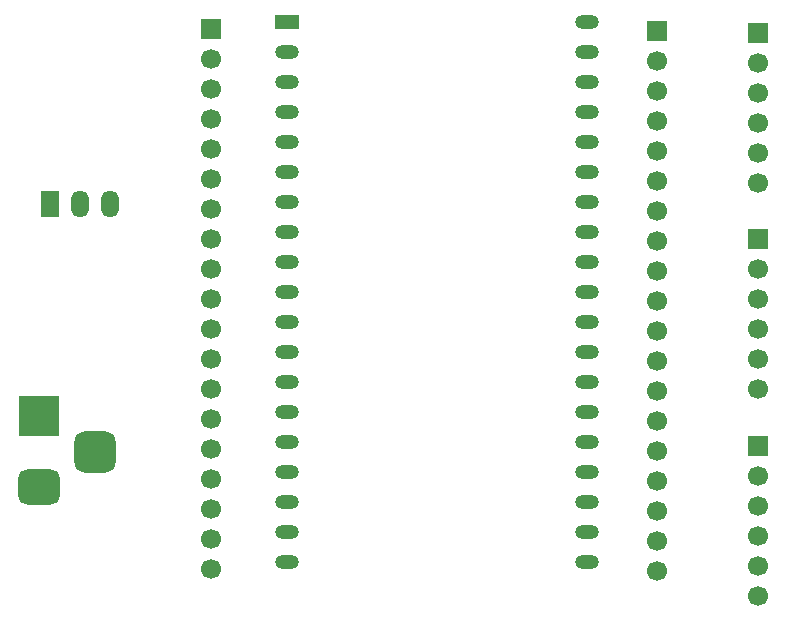
<source format=gbr>
%TF.GenerationSoftware,KiCad,Pcbnew,9.0.5*%
%TF.CreationDate,2026-01-27T18:20:27+09:00*%
%TF.ProjectId,esp_serial_bridge_pcb,6573705f-7365-4726-9961-6c5f62726964,V1.0*%
%TF.SameCoordinates,Original*%
%TF.FileFunction,Soldermask,Bot*%
%TF.FilePolarity,Negative*%
%FSLAX46Y46*%
G04 Gerber Fmt 4.6, Leading zero omitted, Abs format (unit mm)*
G04 Created by KiCad (PCBNEW 9.0.5) date 2026-01-27 18:20:27*
%MOMM*%
%LPD*%
G01*
G04 APERTURE LIST*
G04 Aperture macros list*
%AMRoundRect*
0 Rectangle with rounded corners*
0 $1 Rounding radius*
0 $2 $3 $4 $5 $6 $7 $8 $9 X,Y pos of 4 corners*
0 Add a 4 corners polygon primitive as box body*
4,1,4,$2,$3,$4,$5,$6,$7,$8,$9,$2,$3,0*
0 Add four circle primitives for the rounded corners*
1,1,$1+$1,$2,$3*
1,1,$1+$1,$4,$5*
1,1,$1+$1,$6,$7*
1,1,$1+$1,$8,$9*
0 Add four rect primitives between the rounded corners*
20,1,$1+$1,$2,$3,$4,$5,0*
20,1,$1+$1,$4,$5,$6,$7,0*
20,1,$1+$1,$6,$7,$8,$9,0*
20,1,$1+$1,$8,$9,$2,$3,0*%
G04 Aperture macros list end*
%ADD10R,1.500000X2.300000*%
%ADD11O,1.500000X2.300000*%
%ADD12O,2.000000X1.200000*%
%ADD13R,2.000000X1.200000*%
%ADD14R,3.500000X3.500000*%
%ADD15RoundRect,0.750000X1.000000X-0.750000X1.000000X0.750000X-1.000000X0.750000X-1.000000X-0.750000X0*%
%ADD16RoundRect,0.875000X0.875000X-0.875000X0.875000X0.875000X-0.875000X0.875000X-0.875000X-0.875000X0*%
%ADD17R,1.700000X1.700000*%
%ADD18C,1.700000*%
G04 APERTURE END LIST*
D10*
%TO.C,U2*%
X102235000Y-91500000D03*
D11*
X104775000Y-91500000D03*
X107315000Y-91500000D03*
%TD*%
D12*
%TO.C,U1*%
X147700000Y-76100000D03*
X147700000Y-78640000D03*
X147700000Y-81180000D03*
X147700000Y-83720000D03*
X147700000Y-86260000D03*
X147700000Y-88800000D03*
X147700000Y-91340000D03*
X147700000Y-93880000D03*
X147700000Y-96420000D03*
X147700000Y-98960000D03*
X147700000Y-101500000D03*
X147700000Y-104040000D03*
X147700000Y-106580000D03*
X147700000Y-109120000D03*
X147700000Y-111660000D03*
X147700000Y-114200000D03*
X147700000Y-116740000D03*
X147696320Y-119277280D03*
X147696320Y-121817280D03*
X122300000Y-121820000D03*
X122300000Y-119280000D03*
X122300000Y-116740000D03*
X122300000Y-114200000D03*
X122300000Y-111660000D03*
X122300000Y-109120000D03*
X122300000Y-106580000D03*
X122300000Y-104040000D03*
X122300000Y-101500000D03*
X122300000Y-98960000D03*
X122300000Y-96420000D03*
X122300000Y-93880000D03*
X122300000Y-91340000D03*
X122300000Y-88800000D03*
X122300000Y-86260000D03*
X122300000Y-83720000D03*
X122300000Y-81180000D03*
X122300000Y-78640000D03*
D13*
X122300000Y-76100000D03*
%TD*%
D14*
%TO.C,J6*%
X101300000Y-109500000D03*
D15*
X101300000Y-115500000D03*
D16*
X106000000Y-112500000D03*
%TD*%
D17*
%TO.C,J5*%
X162100000Y-112040000D03*
D18*
X162100000Y-114580000D03*
X162100000Y-117120000D03*
X162100000Y-119660000D03*
X162100000Y-122200000D03*
X162100000Y-124740000D03*
%TD*%
D17*
%TO.C,J4*%
X162100000Y-94540000D03*
D18*
X162100000Y-97080000D03*
X162100000Y-99620000D03*
X162100000Y-102160000D03*
X162100000Y-104700000D03*
X162100000Y-107240000D03*
%TD*%
D17*
%TO.C,J3*%
X162100000Y-77040000D03*
D18*
X162100000Y-79580000D03*
X162100000Y-82120000D03*
X162100000Y-84660000D03*
X162100000Y-87200000D03*
X162100000Y-89740000D03*
%TD*%
D17*
%TO.C,J2*%
X115800000Y-76720000D03*
D18*
X115800000Y-79260000D03*
X115800000Y-81800000D03*
X115800000Y-84340000D03*
X115800000Y-86880000D03*
X115800000Y-89420000D03*
X115800000Y-91960000D03*
X115800000Y-94500000D03*
X115800000Y-97040000D03*
X115800000Y-99580000D03*
X115800000Y-102120000D03*
X115800000Y-104660000D03*
X115800000Y-107200000D03*
X115800000Y-109740000D03*
X115800000Y-112280000D03*
X115800000Y-114820000D03*
X115800000Y-117360000D03*
X115800000Y-119900000D03*
X115800000Y-122440000D03*
%TD*%
D17*
%TO.C,J1*%
X153600000Y-76880000D03*
D18*
X153600000Y-79420000D03*
X153600000Y-81960000D03*
X153600000Y-84500000D03*
X153600000Y-87040000D03*
X153600000Y-89580000D03*
X153600000Y-92120000D03*
X153600000Y-94660000D03*
X153600000Y-97200000D03*
X153600000Y-99740000D03*
X153600000Y-102280000D03*
X153600000Y-104820000D03*
X153600000Y-107360000D03*
X153600000Y-109900000D03*
X153600000Y-112440000D03*
X153600000Y-114980000D03*
X153600000Y-117520000D03*
X153600000Y-120060000D03*
X153600000Y-122600000D03*
%TD*%
M02*

</source>
